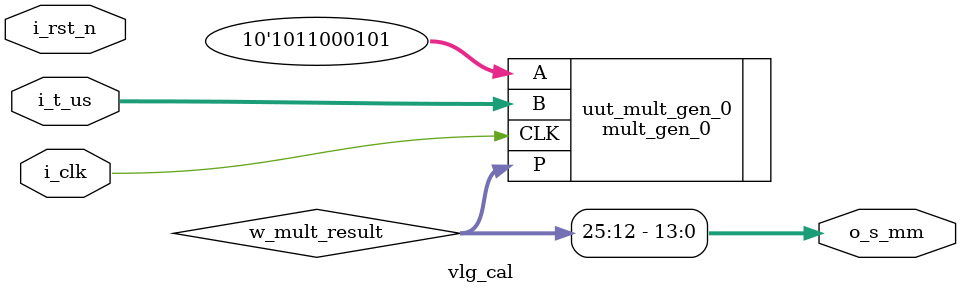
<source format=v>

`timescale 1ns/1ps

module vlg_cal (
	input i_clk,
	input i_rst_n,
	input[15:0] i_t_us,
	output[13:0] o_s_mm
    );
	
/*
todo s = 0.173*t
* s*4096 = 0.173*t*4096 = 709*t
* s = 709*t / 4096 = 709*t >>12
* 乘法器进行运算
* 累加 709 = 512 + 128 + 64  + 4   + 1 
* 	   	   = 2^9 + 2^7 + 2^6 + 2^2 + 2^0
*/

wire[25:0] w_mult_result;

//////////////////////////////////////////////////
//乘法器IP例化
mult_gen_0 uut_mult_gen_0 (
  .CLK(i_clk),  // input wire CLK
  .A(10'd709),      // input wire [9 : 0] A
  .B(i_t_us),      // input wire [15 : 0] B
  .P(w_mult_result)      // output wire [25 : 0] P
);

assign o_s_mm = w_mult_result[25:12];

endmodule


</source>
